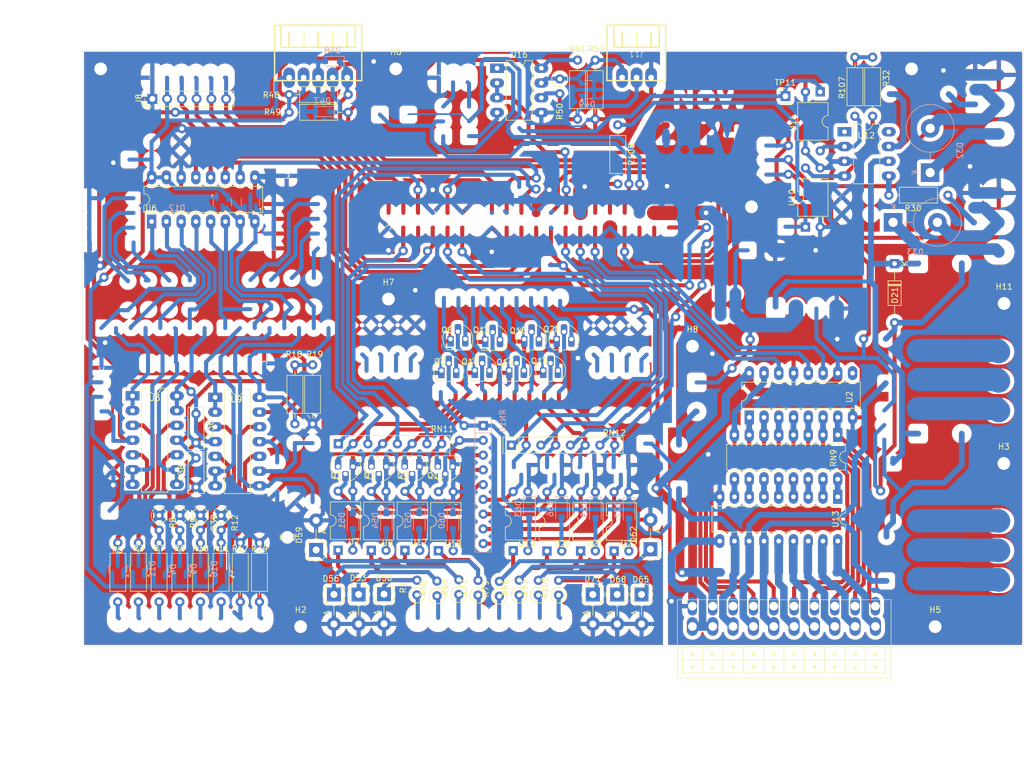
<source format=kicad_pcb>
(kicad_pcb
	(version 20240108)
	(generator "pcbnew")
	(generator_version "8.0")
	(general
		(thickness 1.6)
		(legacy_teardrops no)
	)
	(paper "A4")
	(layers
		(0 "F.Cu" signal)
		(1 "In1.Cu" signal)
		(2 "In2.Cu" signal)
		(31 "B.Cu" signal)
		(32 "B.Adhes" user "B.Adhesive")
		(33 "F.Adhes" user "F.Adhesive")
		(34 "B.Paste" user)
		(35 "F.Paste" user)
		(36 "B.SilkS" user "B.Silkscreen")
		(37 "F.SilkS" user "F.Silkscreen")
		(38 "B.Mask" user)
		(39 "F.Mask" user)
		(40 "Dwgs.User" user "User.Drawings")
		(41 "Cmts.User" user "User.Comments")
		(42 "Eco1.User" user "User.Eco1")
		(43 "Eco2.User" user "User.Eco2")
		(44 "Edge.Cuts" user)
		(45 "Margin" user)
		(46 "B.CrtYd" user "B.Courtyard")
		(47 "F.CrtYd" user "F.Courtyard")
		(48 "B.Fab" user)
		(49 "F.Fab" user)
		(50 "User.1" user)
		(51 "User.2" user)
		(52 "User.3" user)
		(53 "User.4" user)
		(54 "User.5" user)
		(55 "User.6" user)
		(56 "User.7" user)
		(57 "User.8" user)
		(58 "User.9" user)
	)
	(setup
		(stackup
			(layer "F.SilkS"
				(type "Top Silk Screen")
			)
			(layer "F.Paste"
				(type "Top Solder Paste")
			)
			(layer "F.Mask"
				(type "Top Solder Mask")
				(thickness 0.01)
			)
			(layer "F.Cu"
				(type "copper")
				(thickness 0.035)
			)
			(layer "dielectric 1"
				(type "prepreg")
				(thickness 0.1)
				(material "FR4")
				(epsilon_r 4.5)
				(loss_tangent 0.02)
			)
			(layer "In1.Cu"
				(type "copper")
				(thickness 0.035)
			)
			(layer "dielectric 2"
				(type "core")
				(thickness 1.24)
				(material "FR4")
				(epsilon_r 4.5)
				(loss_tangent 0.02)
			)
			(layer "In2.Cu"
				(type "copper")
				(thickness 0.035)
			)
			(layer "dielectric 3"
				(type "prepreg")
				(thickness 0.1)
				(material "FR4")
				(epsilon_r 4.5)
				(loss_tangent 0.02)
			)
			(layer "B.Cu"
				(type "copper")
				(thickness 0.035)
			)
			(layer "B.Mask"
				(type "Bottom Solder Mask")
				(thickness 0.01)
			)
			(layer "B.Paste"
				(type "Bottom Solder Paste")
			)
			(layer "B.SilkS"
				(type "Bottom Silk Screen")
				(color "Red")
			)
			(copper_finish "None")
			(dielectric_constraints no)
		)
		(pad_to_mask_clearance 0)
		(allow_soldermask_bridges_in_footprints no)
		(pcbplotparams
			(layerselection 0x0000000_7ffffff9)
			(plot_on_all_layers_selection 0x00290ba_00000000)
			(disableapertmacros no)
			(usegerberextensions no)
			(usegerberattributes no)
			(usegerberadvancedattributes yes)
			(creategerberjobfile yes)
			(dashed_line_dash_ratio 12.000000)
			(dashed_line_gap_ratio 3.000000)
			(svgprecision 4)
			(plotframeref no)
			(viasonmask no)
			(mode 1)
			(useauxorigin no)
			(hpglpennumber 1)
			(hpglpenspeed 20)
			(hpglpendiameter 15.000000)
			(pdf_front_fp_property_popups yes)
			(pdf_back_fp_property_popups yes)
			(dxfpolygonmode yes)
			(dxfimperialunits yes)
			(dxfusepcbnewfont yes)
			(psnegative no)
			(psa4output no)
			(plotreference no)
			(plotvalue no)
			(plotfptext no)
			(plotinvisibletext no)
			(sketchpadsonfab no)
			(subtractmaskfromsilk no)
			(outputformat 5)
			(mirror no)
			(drillshape 1)
			(scaleselection 1)
			(outputdirectory "export/")
		)
	)
	(net 0 "")
	(net 1 "+5V")
	(net 2 "/Buzzer")
	(net 3 "GND")
	(net 4 "+3V3")
	(net 5 "/ADC_CH3")
	(net 6 "/ADC_CH1")
	(net 7 "+12V")
	(net 8 "/Dig-IN_1")
	(net 9 "-5V")
	(net 10 "/ADC_CH5")
	(net 11 "/ADC_CH6")
	(net 12 "/ADC_CH0")
	(net 13 "/ADC_CH2")
	(net 14 "/ADC_CH7")
	(net 15 "/ADC_CH4")
	(net 16 "/Dig-IN_2")
	(net 17 "/Dig-IN_3")
	(net 18 "/Dig-IN_4")
	(net 19 "/Dig-IN_5")
	(net 20 "/Dig-IN_6")
	(net 21 "/Dig-IN_7")
	(net 22 "/Dig-IN_8")
	(net 23 "OUT_Digital_1_open-drain")
	(net 24 "Net-(U3C-+)")
	(net 25 "Net-(U3D-+)")
	(net 26 "IN_Analog_6 (0-20mA)")
	(net 27 "IN_Analog_7 (0-20mA)")
	(net 28 "Net-(U9B-+)")
	(net 29 "/OUT_PWM_1_diode")
	(net 30 "/OUT_PWM_2_diode")
	(net 31 "Net-(U9A-+)")
	(net 32 "OUT_Digital_2_open-drain")
	(net 33 "OUT_Digital_3_open-drain")
	(net 34 "OUT_Digital_4_open-drain")
	(net 35 "OUT_Digital_5_open-drain")
	(net 36 "Net-(U3A-+)")
	(net 37 "I2C_SDA")
	(net 38 "RS485_B")
	(net 39 "RS485_A")
	(net 40 "Net-(D50-A1)")
	(net 41 "Net-(D51-A)")
	(net 42 "Net-(D53-A1)")
	(net 43 "Net-(D54-A)")
	(net 44 "Net-(D56-A1)")
	(net 45 "Net-(D57-A)")
	(net 46 "Net-(D59-A1)")
	(net 47 "Net-(D60-A)")
	(net 48 "Net-(D62-A1)")
	(net 49 "Net-(D63-A)")
	(net 50 "Net-(D65-A1)")
	(net 51 "Net-(D66-A)")
	(net 52 "Net-(D68-A1)")
	(net 53 "Net-(D69-A)")
	(net 54 "Net-(D71-A1)")
	(net 55 "Net-(D72-A)")
	(net 56 "/SPI_CE0_ADC")
	(net 57 "Net-(J1-3V3-Pad1)")
	(net 58 "/SPI0_miso_ADC")
	(net 59 "/UART_DIR-T")
	(net 60 "/SPI0_mosi_ADC")
	(net 61 "/SPI0_sclk_ADC")
	(net 62 "/UART_TX")
	(net 63 "/SPI1_miso_FREE")
	(net 64 "/SR-OUT_latch")
	(net 65 "/SPI1_mosi_FREE")
	(net 66 "/SR-OUT_clock")
	(net 67 "/SR-OUT_data")
	(net 68 "/SPI1_CE_FREE")
	(net 69 "/UART_RX")
	(net 70 "/OUT_PWM_2")
	(net 71 "/SPI1_sclk_FREE")
	(net 72 "/OUT_PWM_1")
	(net 73 "IN_Digital_8")
	(net 74 "IN_Digital_5")
	(net 75 "IN_Digital_2")
	(net 76 "IN_Digital_3")
	(net 77 "IN_Digital_4")
	(net 78 "IN_Digital_6")
	(net 79 "IN_Digital_7")
	(net 80 "IN_Digital_1")
	(net 81 "OUT_Digital_8")
	(net 82 "OUT_Digital_7_open-drain")
	(net 83 "OUT_Digital_2")
	(net 84 "OUT_Digital_4")
	(net 85 "OUT_Digital_5")
	(net 86 "OUT_Digital_6")
	(net 87 "OUT_Digital_3")
	(net 88 "OUT_Digital_7")
	(net 89 "OUT_Digital_8_open-drain")
	(net 90 "OUT_Digital_1")
	(net 91 "OUT_Digital_6_open-drain")
	(net 92 "Net-(J4-Pin_1)")
	(net 93 "Net-(J4-Pin_2)")
	(net 94 "Net-(J4-Pin_3)")
	(net 95 "OUT_Digital_COM_open-drain")
	(net 96 "Net-(J6-Pin_1)")
	(net 97 "Net-(J6-Pin_3)")
	(net 98 "Net-(J6-Pin_2)")
	(net 99 "IN_Analog_1 (0-3.3V)")
	(net 100 "IN_Analog_5 (0-24V)")
	(net 101 "IN_Analog_4 (0-12V)")
	(net 102 "IN_Analog_2 (0-5V)")
	(net 103 "IN_Analog_0 (0-3.3V)")
	(net 104 "IN_Analog_3 (0-5V)")
	(net 105 "Net-(Q1-G)")
	(net 106 "Net-(Q2-G)")
	(net 107 "Net-(Q2-D)")
	(net 108 "Net-(Q5-G)")
	(net 109 "Net-(C17-Pad1)")
	(net 110 "Net-(Q7-G)")
	(net 111 "Net-(Q7-D)")
	(net 112 "Net-(C29-Pad1)")
	(net 113 "Net-(Q9-G)")
	(net 114 "Net-(C30-Pad1)")
	(net 115 "Net-(Q10-G)")
	(net 116 "Net-(Q11-D)")
	(net 117 "Net-(Q11-G)")
	(net 118 "Net-(C31-Pad1)")
	(net 119 "Net-(Q13-G)")
	(net 120 "Net-(Q13-D)")
	(net 121 "Net-(C32-Pad1)")
	(net 122 "Net-(Q15-D)")
	(net 123 "Net-(Q15-G)")
	(net 124 "Net-(C33-Pad1)")
	(net 125 "Net-(Q17-G)")
	(net 126 "Net-(Q17-D)")
	(net 127 "Net-(C34-Pad1)")
	(net 128 "Net-(Q19-D)")
	(net 129 "Net-(Q19-G)")
	(net 130 "Net-(C35-Pad1)")
	(net 131 "Net-(U9C--)")
	(net 132 "Net-(U12-~{OUTA})")
	(net 133 "Net-(U12-~{OUTB})")
	(net 134 "Net-(U12-INB)")
	(net 135 "Net-(R33-Pad1)")
	(net 136 "Net-(U9D--)")
	(net 137 "Net-(U12-INA)")
	(net 138 "Net-(R108-Pad1)")
	(net 139 "unconnected-(U2-QH'-Pad9)")
	(net 140 "unconnected-(U12-NC-Pad8)")
	(net 141 "unconnected-(U12-NC-Pad1)")
	(net 142 "Net-(U3B-+)")
	(net 143 "/LED_analog-CH6")
	(net 144 "/LED_analog-CH2")
	(net 145 "/LED_analog-CH7")
	(net 146 "/LED_analog-CH5")
	(net 147 "/LED_analog-CH0")
	(net 148 "/LED_analog-CH1")
	(net 149 "/LED_analog-CH3")
	(net 150 "/LED_analog-CH4")
	(net 151 "/LED_digital-out_2")
	(net 152 "/LED_digital-out_8")
	(net 153 "/LED_digital-out_6")
	(net 154 "/LED_digital-out_5")
	(net 155 "/LED_digital-out_4")
	(net 156 "/LED_digital-out_7")
	(net 157 "/LED_digital-out_1")
	(net 158 "/LED_digital-out_3")
	(net 159 "/LED_relay-1")
	(net 160 "/LED_PWM-1")
	(net 161 "/LED_PWM-2")
	(net 162 "/LED_relay-2")
	(net 163 "Net-(RN9-R2.2)")
	(net 164 "Net-(RN9-R8.2)")
	(net 165 "Net-(RN9-R7.2)")
	(net 166 "Net-(RN9-R5.2)")
	(net 167 "Net-(RN9-R1.2)")
	(net 168 "Net-(RN9-R6.2)")
	(net 169 "Net-(RN9-R3.2)")
	(net 170 "Net-(RN9-R4.2)")
	(net 171 "/DIP_EN-Filter-ADC3")
	(net 172 "/DIP_EN-Filter-ADC1")
	(net 173 "/DIP_EN-Filter-ADC5")
	(net 174 "/DIP_EN-Filter-ADC6")
	(net 175 "/DIP_EN-Filter-ADC0")
	(net 176 "/DIP_EN-Filter-ADC2")
	(net 177 "/DIP_EN-Filter-ADC7")
	(net 178 "/DIP_EN-Filter-ADC4")
	(net 179 "I2C_SCL")
	(net 180 "Net-(J10-Pin_2)")
	(net 181 "Net-(J10-Pin_1)")
	(net 182 "Net-(JP4-A)")
	(net 183 "Net-(JP5-A)")
	(net 184 "Net-(JP6-A)")
	(net 185 "+5VP")
	(net 186 "+3V3P")
	(footprint "Resistor_THT:R_Axial_DIN0207_L6.3mm_D2.5mm_P2.54mm_Vertical" (layer "F.Cu") (at 118.646 32.229 -90))
	(footprint "Package_TO_SOT_THT:TO-92_HandSolder" (layer "F.Cu") (at 98.2726 82.4186))
	(footprint "Package_DIP:DIP-4_W10.16mm" (layer "F.Cu") (at 160.932 57.706 90))
	(footprint "Resistor_THT:R_Axial_DIN0207_L6.3mm_D2.5mm_P10.16mm_Horizontal" (layer "F.Cu") (at 66.957 112.0587 -90))
	(footprint "Package_DIP:DIP-8_W7.62mm_LongPads" (layer "F.Cu") (at 107.851 30.381))
	(footprint "Diode_THT:D_DO-15_P5.08mm_Vertical_AnodeUp" (layer "F.Cu") (at 76.708 113.284 90))
	(footprint "custom-footprints1:WAGO 713-1430 MINI HD Stiftleiste gewinkelt 2x10-polig, RM 3,5" (layer "F.Cu") (at 157.223 127.461))
	(footprint "Resistor_THT:R_Array_SIP8" (layer "F.Cu") (at 80.536 95.01305))
	(footprint "Resistor_THT:R_Axial_DIN0207_L6.3mm_D2.5mm_P10.16mm_Horizontal" (layer "F.Cu") (at 60.353 112.0587 -90))
	(footprint "Package_DIP:DIP-4_W10.16mm" (layer "F.Cu") (at 86.2052 113.37185 90))
	(footprint "custom-footprints1:MountingHole_2.2mm_NPTH-with-pad" (layer "F.Cu") (at 195.1228 70.866))
	(footprint "custom-footprints1:MountingHole_2.2mm_NPTH-with-pad" (layer "F.Cu") (at 141.478 78.232))
	(footprint "Resistor_THT:R_Axial_DIN0207_L6.3mm_D2.5mm_P2.54mm_Vertical" (layer "F.Cu") (at 108.2574 121.2404 90))
	(footprint "Package_DIP:DIP-4_W10.16mm" (layer "F.Cu") (at 116.4412 113.47785 90))
	(footprint "Package_TO_SOT_THT:TO-92_HandSolder" (layer "F.Cu") (at 100.203 98.933 180))
	(footprint "Resistor_THT:R_Axial_DIN0207_L6.3mm_D2.5mm_P2.54mm_Vertical" (layer "F.Cu") (at 114.963 121.059 90))
	(footprint "Resistor_THT:R_Axial_DIN0207_L6.3mm_D2.5mm_P10.16mm_Horizontal" (layer "F.Cu") (at 185.448 52.225 180))
	(footprint "Resistor_THT:R_Axial_DIN0207_L6.3mm_D2.5mm_P10.16mm_Horizontal" (layer "F.Cu") (at 172.494 28.476 -90))
	(footprint "Resistor_THT:R_Axial_DIN0207_L6.3mm_D2.5mm_P2.54mm_Vertical" (layer "F.Cu") (at 49.685 107.343 -90))
	(footprint "Resistor_THT:R_Axial_DIN0207_L6.3mm_D2.5mm_P10.16mm_Horizontal" (layer "F.Cu") (at 42.573 112.0587 -90))
	(footprint "Package_DIP:DIP-18_W7.62mm_LongPads" (layer "F.Cu") (at 166.488 104.14 -90))
	(footprint "Diode_THT:D_DO-15_P5.08mm_Vertical_AnodeUp" (layer "F.Cu") (at 84.0208 120.9518 -90))
	(footprint "Resistor_THT:R_Axial_DIN0207_L6.3mm_D2.5mm_P2.54mm_Vertical" (layer "F.Cu") (at 118.4428 121.059 90))
	(footprint "Resistor_THT:R_Axial_DIN0207_L6.3mm_D2.5mm_P10.16mm_Horizontal" (layer "F.Cu") (at 128.6256 40.132 -90))
	(footprint "Package_TO_SOT_THT:TO-92_HandSolder" (layer "F.Cu") (at 112.522 77.0128))
	(footprint "Diode_THT:D_DO-15_P5.08mm_Vertical_AnodeUp" (layer "F.Cu") (at 132.715 120.95 -90))
	(footprint "Package_TO_SOT_THT:TO-92_HandSolder" (layer "F.Cu") (at 109.9312 82.3976))
	(footprint "custom-footprints1:MountingHole_2.2mm_NPTH-with-pad" (layer "F.Cu") (at 71.755 111.125))
	(footprint "Resistor_THT:R_Array_SIP8" (layer "F.Cu") (at 110.3148 95.25))
	(footprint "Diode_THT:D_DO-15_P5.08mm_Vertical_AnodeUp" (layer "F.Cu") (at 124.333 120.95 -90))
	(footprint "Package_DIP:DIP-16_W7.62mm_LongPads" (layer "F.Cu") (at 166.488 93.489 -90))
	(footprint "Package_DIP:DIP-16_W7.62mm_LongPads" (layer "F.Cu") (at 48.387 56.769 90))
	(footprint "custom-footprints1:MountingHole_2.2mm_NPTH-with-pad" (layer "F.Cu") (at 89.154 70.104))
	(footprint "Package_DIP:DIP-4_W10.16mm" (layer "F.Cu") (at 110.617 113.411 90))
	(footprint "Resistor_THT:R_Axial_DIN0207_L6.3mm_D2.5mm_P10.16mm_Horizontal" (layer "F.Cu") (at 121.694 28.984 -90))
	(footprint "custom-footprints1:MountingHole_2.2mm_NPTH-with-pad" (layer "F.Cu") (at 183.261 126.492))
	(footprint "Diode_THT:D_DO-35_SOD27_P10.16mm_Horizontal"
		(layer "F.Cu")
		(uuid "666cadc4-0579-48ae-9074-be741fabaa62")
		(at 176.276 64.008 -90)
		(descr "Diode, DO-35_SOD27 series, Axial, Horizontal, pin pitch=10.16mm, , length*diameter=4*2mm^2, , http://www.diodes.com/_files/packages/DO-35.pdf")
		(tags "Diode DO-35_SOD27 series Axial Horizontal pin pitch 10.16mm  length 4mm diameter 2mm")
		(property "Reference" "D21"
			(at 5.4356 -0.0508 90)
			(layer "F.SilkS")
			(uuid "774c7126-603a-42ff-b729-eaa7525ba9c0")
			(effects
				(font
					(size 1 1)
					(thickness 0.15)
				)
			)
		)
		(property "Value" "1N 914"
			(at 5.08 2.12 90)
			(layer "F.Fab")
			(uuid "02b1af41-1c38-4a43-984a-60da0d44157b")
			(effects
				(font
					(size 1 1)
					(thickness 0.15)
				)
			)
		)
		(property "Footprint" "Diode_THT:D_DO-35_SOD27_P10.16mm_Horizontal"
			(at 0 0 -90)
			(unlocked yes)
			(layer "F.Fab")
			(hide yes)
			(uuid "2b465e55-761d-4618-8bea-8d5f2541ecc6")
			(effects
				(font
					(size 1.27 1.27)
					(thickness 0.15)
				)
			)
		)
		(property "Datasheet" "https://www.reichelt.com/be/en/shop/product/rectifier_diode_do35_100_v_0_2_a-1763"
			(at 0 0 -90)
			(unlocked yes)
			(layer "F.Fab")
			(hide yes)
			(uuid "16e79a43-ee61-48ba-bfb7-0ee4dd5621be")
			(effects
				(font
					(size 1.27 1.27)
					(thickness 0.15)
				)
			)
		)
		(property "Description" "40V 3A Schottky Barrier Rectifier Diode, DO-201AD"
			(at 0 0 -90)
			(unlocked yes)
			(layer "F.Fab")
			(hide yes)
			(uuid "1104f3d3-b395-4cd6-aaa0-6803b589e3be")
			(effects
				(font
					(size 1.27 1.27)
					(thickness 0.15)
				)
			)
		)
		(property ki_fp_filters "D*DO?201AD*")
		(path "/4bbafd1b-156f-49a4-8ea1-4a63c5e239c1")
		(sheetname "Root")
		(sheetfile "pi-interface-board_v1.0.kicad_sch")
		(attr through_hole)
		(fp_line
			(start 2.96 1.12)
			(end 7.2 1.12)
			(stroke
				(width 0.12)
				(type solid)
			)
			(layer "F.SilkS")
			(uuid "06429d49-50d3-48fd-b2a1-8b8262d319ab")
		)
		(fp_line
			(start 7.2 1.12)
			(end 7.2 -1.12)
			(stroke
				(width 0.12)
				(type solid)
			)
			(layer "F.SilkS")
			(uuid "f0092258-5b09-4af9-832d-cf821888f357")
		)
		(fp_line
			(start 1.04 0)
			(end 2.96 0)
			(stroke
				(width 0.12)
				(type solid)
			)
			(layer "F.SilkS")
			(uuid "31de5adf-2741-4aef-9a62-cf3ef3be1189")
		)
		(fp_line
			(start 9.12 0)
			(end 7.2 0)
			(stroke
				(width 0.12)
				(type solid)
			)
			(layer "F.SilkS")
			(uuid "f513950d-77b5-45bc-9488-5e507d26d459")
		)
		(fp_line
			(start 2.96 -1.12)
			(end 2.96 1.12)
			(stroke
				(width 0.12)
				(type solid)
			)
			(layer "F.SilkS")
			(uuid "2f7e2e29-358a-48d0-bed0-de2afea0e7e6")
		)
		(fp_line
			(start 3.56 -1.12)
			(end 3.56 1.12)
			(stroke
				(width 0.12)
				(type solid)
			)
			(layer "F.SilkS")
			(uuid "e061f1b2-1af9-418d-a2d4-94ed9904e390")
		)
		(fp_line
			(start 3.68 -1.12)
			(end 3.68 1.12)
			(stroke
				(width 0.12)
				(type solid)
			)
			(layer "F.SilkS")
			(uuid "fe9c86d5-2ec6-4959-9f9d-33eb53086820")
		)
		(fp_line
			(start 3.8 -1.12)
			(end 3.8 1.12)
			(stroke
				(width 0.12)
				(type solid)
			)
			(layer "F.SilkS")
			(uuid "c7372098-347d-4c2f-962d-eea23021cd45")
		)
		(fp_line
			(start 7.2 -1.12)
			(end 2.96 -1.12)
			(stroke
				(width 0.12)
				(type solid)
			)
			(layer "F.SilkS")
			(uuid "6135629a-8b86-4754-a851-e5a501112557")
		)
		(fp_line
			(start -1.05 1.25)
			(end 11.21 1.25)
			(stroke
				(width 0.05)
				(type solid)
			)
			(layer "F.CrtYd")
			(uuid "39ec1c3a-5af2-4f76-bba6-26ef1d3803c1")
		)
		(fp_line
			(start 11.21 1.25)
			(end 11.21 -1.25)
			(stroke
				(width 0.05)
				(type solid)
			)
			(layer "F.CrtYd")
			(uuid "fe
... [1893333 chars truncated]
</source>
